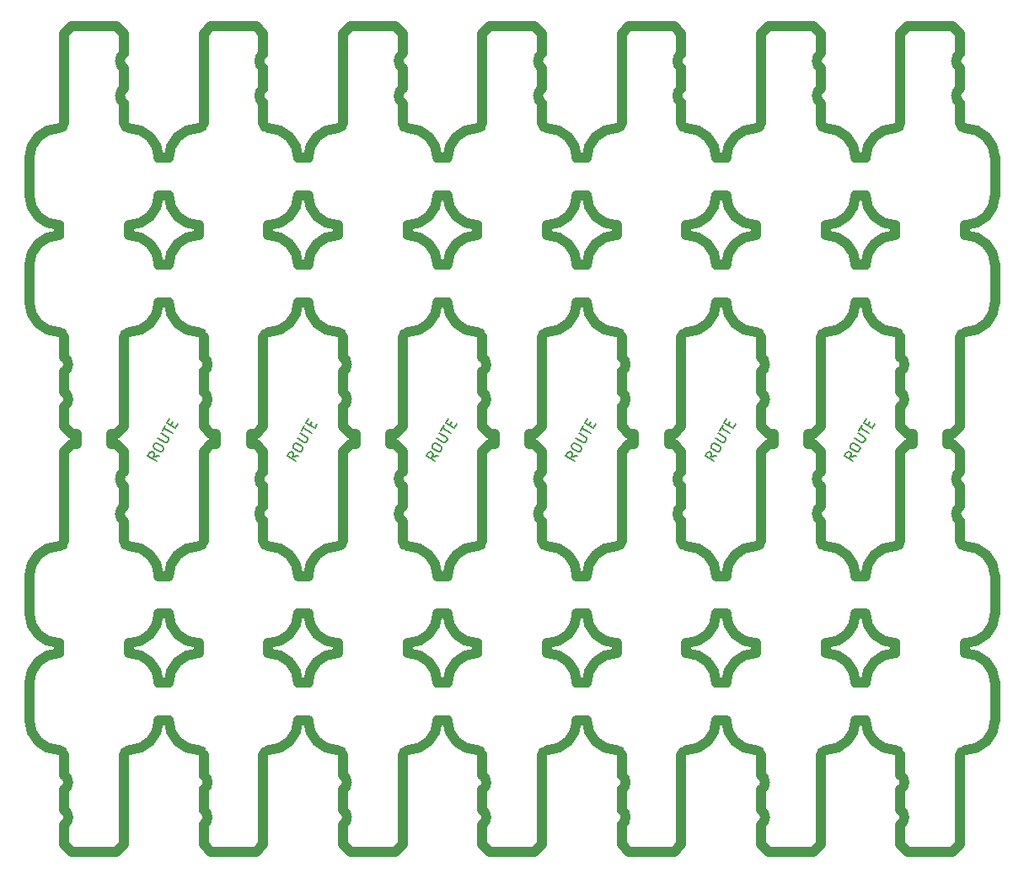
<source format=gbr>
G04 #@! TF.FileFunction,Other,ECO2*
%FSLAX46Y46*%
G04 Gerber Fmt 4.6, Leading zero omitted, Abs format (unit mm)*
G04 Created by KiCad (PCBNEW (2016-04-11 BZR 6687, Git f239aee)-product) date Tue 12 Apr 2016 02:23:05 PM CEST*
%MOMM*%
G01*
G04 APERTURE LIST*
%ADD10C,0.150000*%
%ADD11C,0.200000*%
%ADD12C,1.000000*%
G04 APERTURE END LIST*
D10*
D11*
X106041059Y83300329D02*
X105461999Y83249749D01*
X105755344Y82805457D02*
X104889319Y83305457D01*
X105079795Y83635371D01*
X105168653Y83694041D01*
X105233702Y83711470D01*
X105339990Y83705091D01*
X105463708Y83633662D01*
X105522377Y83544804D01*
X105539807Y83479755D01*
X105533427Y83373467D01*
X105342951Y83043552D01*
X105484557Y84336440D02*
X105579795Y84501397D01*
X105668653Y84560066D01*
X105798751Y84594925D01*
X105987518Y84540927D01*
X106276193Y84374260D01*
X106417341Y84237783D01*
X106452200Y84107685D01*
X106445821Y84001397D01*
X106350582Y83836440D01*
X106261724Y83777771D01*
X106131626Y83742911D01*
X105942860Y83796910D01*
X105654185Y83963576D01*
X105513037Y84100054D01*
X105478177Y84230151D01*
X105484557Y84336440D01*
X105913128Y85078747D02*
X106614197Y84673985D01*
X106720485Y84667605D01*
X106785534Y84685035D01*
X106874392Y84743704D01*
X106969630Y84908662D01*
X106976010Y85014950D01*
X106958580Y85079999D01*
X106899911Y85168857D01*
X106198843Y85573619D01*
X106365509Y85862294D02*
X106651224Y86357166D01*
X107374392Y85609730D02*
X106508367Y86109730D01*
X107230283Y86407745D02*
X107396950Y86696421D01*
X107922011Y86558234D02*
X107683916Y86145841D01*
X106817890Y86645841D01*
X107055986Y87058234D01*
X92041059Y83300329D02*
X91461999Y83249749D01*
X91755344Y82805457D02*
X90889319Y83305457D01*
X91079795Y83635371D01*
X91168653Y83694041D01*
X91233702Y83711470D01*
X91339990Y83705091D01*
X91463708Y83633662D01*
X91522377Y83544804D01*
X91539807Y83479755D01*
X91533427Y83373467D01*
X91342951Y83043552D01*
X91484557Y84336440D02*
X91579795Y84501397D01*
X91668653Y84560066D01*
X91798751Y84594925D01*
X91987518Y84540927D01*
X92276193Y84374260D01*
X92417341Y84237783D01*
X92452200Y84107685D01*
X92445821Y84001397D01*
X92350582Y83836440D01*
X92261724Y83777771D01*
X92131626Y83742911D01*
X91942860Y83796910D01*
X91654185Y83963576D01*
X91513037Y84100054D01*
X91478177Y84230151D01*
X91484557Y84336440D01*
X91913128Y85078747D02*
X92614197Y84673985D01*
X92720485Y84667605D01*
X92785534Y84685035D01*
X92874392Y84743704D01*
X92969630Y84908662D01*
X92976010Y85014950D01*
X92958580Y85079999D01*
X92899911Y85168857D01*
X92198843Y85573619D01*
X92365509Y85862294D02*
X92651224Y86357166D01*
X93374392Y85609730D02*
X92508367Y86109730D01*
X93230283Y86407745D02*
X93396950Y86696421D01*
X93922011Y86558234D02*
X93683916Y86145841D01*
X92817890Y86645841D01*
X93055986Y87058234D01*
X78041059Y83300329D02*
X77461999Y83249749D01*
X77755344Y82805457D02*
X76889319Y83305457D01*
X77079795Y83635371D01*
X77168653Y83694041D01*
X77233702Y83711470D01*
X77339990Y83705091D01*
X77463708Y83633662D01*
X77522377Y83544804D01*
X77539807Y83479755D01*
X77533427Y83373467D01*
X77342951Y83043552D01*
X77484557Y84336440D02*
X77579795Y84501397D01*
X77668653Y84560066D01*
X77798751Y84594925D01*
X77987518Y84540927D01*
X78276193Y84374260D01*
X78417341Y84237783D01*
X78452200Y84107685D01*
X78445821Y84001397D01*
X78350582Y83836440D01*
X78261724Y83777771D01*
X78131626Y83742911D01*
X77942860Y83796910D01*
X77654185Y83963576D01*
X77513037Y84100054D01*
X77478177Y84230151D01*
X77484557Y84336440D01*
X77913128Y85078747D02*
X78614197Y84673985D01*
X78720485Y84667605D01*
X78785534Y84685035D01*
X78874392Y84743704D01*
X78969630Y84908662D01*
X78976010Y85014950D01*
X78958580Y85079999D01*
X78899911Y85168857D01*
X78198843Y85573619D01*
X78365509Y85862294D02*
X78651224Y86357166D01*
X79374392Y85609730D02*
X78508367Y86109730D01*
X79230283Y86407745D02*
X79396950Y86696421D01*
X79922011Y86558234D02*
X79683916Y86145841D01*
X78817890Y86645841D01*
X79055986Y87058234D01*
X64041059Y83300329D02*
X63461999Y83249749D01*
X63755344Y82805457D02*
X62889319Y83305457D01*
X63079795Y83635371D01*
X63168653Y83694041D01*
X63233702Y83711470D01*
X63339990Y83705091D01*
X63463708Y83633662D01*
X63522377Y83544804D01*
X63539807Y83479755D01*
X63533427Y83373467D01*
X63342951Y83043552D01*
X63484557Y84336440D02*
X63579795Y84501397D01*
X63668653Y84560066D01*
X63798751Y84594925D01*
X63987518Y84540927D01*
X64276193Y84374260D01*
X64417341Y84237783D01*
X64452200Y84107685D01*
X64445821Y84001397D01*
X64350582Y83836440D01*
X64261724Y83777771D01*
X64131626Y83742911D01*
X63942860Y83796910D01*
X63654185Y83963576D01*
X63513037Y84100054D01*
X63478177Y84230151D01*
X63484557Y84336440D01*
X63913128Y85078747D02*
X64614197Y84673985D01*
X64720485Y84667605D01*
X64785534Y84685035D01*
X64874392Y84743704D01*
X64969630Y84908662D01*
X64976010Y85014950D01*
X64958580Y85079999D01*
X64899911Y85168857D01*
X64198843Y85573619D01*
X64365509Y85862294D02*
X64651224Y86357166D01*
X65374392Y85609730D02*
X64508367Y86109730D01*
X65230283Y86407745D02*
X65396950Y86696421D01*
X65922011Y86558234D02*
X65683916Y86145841D01*
X64817890Y86645841D01*
X65055986Y87058234D01*
X50041059Y83300329D02*
X49461999Y83249749D01*
X49755344Y82805457D02*
X48889319Y83305457D01*
X49079795Y83635371D01*
X49168653Y83694041D01*
X49233702Y83711470D01*
X49339990Y83705091D01*
X49463708Y83633662D01*
X49522377Y83544804D01*
X49539807Y83479755D01*
X49533427Y83373467D01*
X49342951Y83043552D01*
X49484557Y84336440D02*
X49579795Y84501397D01*
X49668653Y84560066D01*
X49798751Y84594925D01*
X49987518Y84540927D01*
X50276193Y84374260D01*
X50417341Y84237783D01*
X50452200Y84107685D01*
X50445821Y84001397D01*
X50350582Y83836440D01*
X50261724Y83777771D01*
X50131626Y83742911D01*
X49942860Y83796910D01*
X49654185Y83963576D01*
X49513037Y84100054D01*
X49478177Y84230151D01*
X49484557Y84336440D01*
X49913128Y85078747D02*
X50614197Y84673985D01*
X50720485Y84667605D01*
X50785534Y84685035D01*
X50874392Y84743704D01*
X50969630Y84908662D01*
X50976010Y85014950D01*
X50958580Y85079999D01*
X50899911Y85168857D01*
X50198843Y85573619D01*
X50365509Y85862294D02*
X50651224Y86357166D01*
X51374392Y85609730D02*
X50508367Y86109730D01*
X51230283Y86407745D02*
X51396950Y86696421D01*
X51922011Y86558234D02*
X51683916Y86145841D01*
X50817890Y86645841D01*
X51055986Y87058234D01*
X36041059Y83300329D02*
X35461999Y83249749D01*
X35755344Y82805457D02*
X34889319Y83305457D01*
X35079795Y83635371D01*
X35168653Y83694041D01*
X35233702Y83711470D01*
X35339990Y83705091D01*
X35463708Y83633662D01*
X35522377Y83544804D01*
X35539807Y83479755D01*
X35533427Y83373467D01*
X35342951Y83043552D01*
X35484557Y84336440D02*
X35579795Y84501397D01*
X35668653Y84560066D01*
X35798751Y84594925D01*
X35987518Y84540927D01*
X36276193Y84374260D01*
X36417341Y84237783D01*
X36452200Y84107685D01*
X36445821Y84001397D01*
X36350582Y83836440D01*
X36261724Y83777771D01*
X36131626Y83742911D01*
X35942860Y83796910D01*
X35654185Y83963576D01*
X35513037Y84100054D01*
X35478177Y84230151D01*
X35484557Y84336440D01*
X35913128Y85078747D02*
X36614197Y84673985D01*
X36720485Y84667605D01*
X36785534Y84685035D01*
X36874392Y84743704D01*
X36969630Y84908662D01*
X36976010Y85014950D01*
X36958580Y85079999D01*
X36899911Y85168857D01*
X36198843Y85573619D01*
X36365509Y85862294D02*
X36651224Y86357166D01*
X37374392Y85609730D02*
X36508367Y86109730D01*
X37230283Y86407745D02*
X37396950Y86696421D01*
X37922011Y86558234D02*
X37683916Y86145841D01*
X36817890Y86645841D01*
X37055986Y87058234D01*
D12*
X92000000Y56750000D02*
X93000000Y56750000D01*
X92000000Y60500000D02*
X93000000Y60500000D01*
X93000000Y67500000D02*
X92000000Y67500000D01*
X92000000Y71250000D02*
X93000000Y71250000D01*
X93000000Y113250000D02*
X92000000Y113250000D01*
X92000000Y109500000D02*
X93000000Y109500000D01*
X92000000Y98750000D02*
X93000000Y98750000D01*
X92000000Y102500000D02*
X93000000Y102500000D01*
X65000000Y113250000D02*
X64000000Y113250000D01*
X64000000Y109500000D02*
X65000000Y109500000D01*
X65000000Y98750000D02*
X64000000Y98750000D01*
X64000000Y102500000D02*
X65000000Y102500000D01*
X65000000Y71250000D02*
X64000000Y71250000D01*
X64000000Y67500000D02*
X65000000Y67500000D01*
X65000000Y60500000D02*
X64000000Y60500000D01*
X64000000Y56750000D02*
X65000000Y56750000D01*
X51000000Y56750000D02*
X50000000Y56750000D01*
X50000000Y60500000D02*
X51000000Y60500000D01*
X51000000Y67500000D02*
X50000000Y67500000D01*
X50000000Y71250000D02*
X51000000Y71250000D01*
X50000000Y98750000D02*
X51000000Y98750000D01*
X51000000Y102500000D02*
X50000000Y102500000D01*
X51000000Y109500000D02*
X50000000Y109500000D01*
X50000000Y113250000D02*
X51000000Y113250000D01*
X61000000Y95749996D02*
G75*
G03X60500000Y95250000I-2J-499998D01*
G01*
X54499998Y95250002D02*
G75*
G03X53999998Y95749998I-499998J-2D01*
G01*
X60499998Y86250001D02*
X60500000Y95250000D01*
X54499998Y89750003D02*
X54500001Y91750001D01*
X54499994Y91749998D02*
G75*
G03X54500004Y93249998I-499995J750003D01*
G01*
X54500002Y88250003D02*
G75*
G03X54499998Y89750003I-500002J749999D01*
G01*
X54500000Y86249999D02*
X54499997Y88249999D01*
X54500002Y95249999D02*
X54500004Y93249998D01*
X50999995Y98750003D02*
G75*
G03X53999998Y95749998I3000004J-1D01*
G01*
X54000003Y105500000D02*
G75*
G03X50999999Y102499998I-1J-3000003D01*
G01*
X63999997Y102499997D02*
G75*
G03X61000000Y105500000I-3000000J3D01*
G01*
X61000002Y95750000D02*
G75*
G03X64000001Y98750001I-1J3000000D01*
G01*
X55750000Y85500000D02*
X55750000Y84500000D01*
X55250000Y85500000D02*
X55750000Y85500000D01*
X55250000Y84500000D02*
X55750000Y84500000D01*
X55250002Y85500000D02*
X54500000Y86249999D01*
X59750000Y85500000D02*
X59250000Y85500000D01*
X59250000Y85500000D02*
X59250000Y84500000D01*
X59250000Y84500000D02*
X59750000Y84500000D01*
X60499998Y86250001D02*
X59750002Y85500001D01*
X61000000Y63500000D02*
X61000003Y64499998D01*
X61000000Y64500000D02*
G75*
G03X64000000Y67500000I0J3000000D01*
G01*
X63999997Y60499997D02*
G75*
G03X61000000Y63500000I-3000000J3D01*
G01*
X54000002Y63499998D02*
X53999999Y64500001D01*
X59750000Y84500000D02*
X60500000Y83750000D01*
X60500000Y83750000D02*
X60500000Y81750000D01*
X54500000Y83750000D02*
X54500000Y74750000D01*
X54000000Y74250000D02*
G75*
G03X54500000Y74750000I0J500000D01*
G01*
X54500000Y83750000D02*
X55250000Y84500000D01*
X60500000Y81750000D02*
G75*
G03X60500000Y80250000I500000J-750000D01*
G01*
X60500000Y74750000D02*
G75*
G03X61000000Y74250000I500000J0D01*
G01*
X60500000Y78250000D02*
G75*
G03X60500000Y76750000I500000J-750000D01*
G01*
X60500000Y74750000D02*
X60500000Y76750000D01*
X60500000Y80250000D02*
X60500000Y78250000D01*
X64000000Y71250000D02*
G75*
G03X61000000Y74250000I-3000000J0D01*
G01*
X50999995Y56750003D02*
G75*
G03X53999998Y53749998I3000004J-1D01*
G01*
X61000000Y53749996D02*
G75*
G03X60500000Y53250000I-2J-499998D01*
G01*
X61000002Y53750000D02*
G75*
G03X64000001Y56750001I-1J3000000D01*
G01*
X54000003Y63500000D02*
G75*
G03X50999999Y60499998I-1J-3000003D01*
G01*
X54000000Y74250000D02*
G75*
G03X51000000Y71250000I0J-3000000D01*
G01*
X51000000Y67500000D02*
G75*
G03X54000000Y64500000I3000000J0D01*
G01*
X55250002Y43500000D02*
X54500000Y44249999D01*
X54500000Y44249999D02*
X54499997Y46249999D01*
X60499998Y44250001D02*
X59750002Y43500001D01*
X59750002Y43500001D02*
X55250002Y43500000D01*
X54499994Y49749998D02*
G75*
G03X54500004Y51249998I-499995J750003D01*
G01*
X54499998Y53250002D02*
G75*
G03X53999998Y53749998I-499998J-2D01*
G01*
X60499998Y44250001D02*
X60500000Y53250000D01*
X54499998Y47750003D02*
X54500001Y49750001D01*
X54500002Y53249999D02*
X54500004Y51249998D01*
X54500002Y46250003D02*
G75*
G03X54499998Y47750003I-500002J749999D01*
G01*
X60500000Y122250000D02*
X60500000Y120250000D01*
X60500000Y116750000D02*
X60500000Y118750000D01*
X60500000Y120250000D02*
G75*
G03X60500000Y118750000I500000J-750000D01*
G01*
X60500000Y116750000D02*
G75*
G03X61000000Y116250000I500000J0D01*
G01*
X51000000Y109500000D02*
G75*
G03X54000000Y106500000I3000000J0D01*
G01*
X54000000Y116250000D02*
G75*
G03X51000000Y113250000I0J-3000000D01*
G01*
X54000002Y105499998D02*
X53999999Y106500001D01*
X54000000Y116250000D02*
G75*
G03X54500000Y116750000I0J500000D01*
G01*
X61000000Y105500000D02*
X61000003Y106499998D01*
X61000000Y106500000D02*
G75*
G03X64000000Y109500000I0J3000000D01*
G01*
X64000000Y113250000D02*
G75*
G03X61000000Y116250000I-3000000J0D01*
G01*
X54500000Y125750000D02*
X54500000Y116750000D01*
X54500000Y125750000D02*
X55250000Y126500000D01*
X60500000Y123750000D02*
G75*
G03X60500000Y122250000I500000J-750000D01*
G01*
X60500000Y125750000D02*
X60500000Y123750000D01*
X59750000Y126500000D02*
X60500000Y125750000D01*
X55250000Y126500000D02*
X59750000Y126500000D01*
X78000000Y67500000D02*
X79000000Y67500000D01*
X79000000Y67500000D02*
G75*
G03X82000000Y64500000I3000000J0D01*
G01*
X75000000Y64500000D02*
G75*
G03X78000000Y67500000I0J3000000D01*
G01*
X82000000Y74250000D02*
G75*
G03X79000000Y71250000I0J-3000000D01*
G01*
X78000000Y71250000D02*
X79000000Y71250000D01*
X68000000Y74250000D02*
G75*
G03X65000000Y71250000I0J-3000000D01*
G01*
X78000000Y71250000D02*
G75*
G03X75000000Y74250000I-3000000J0D01*
G01*
X65000000Y67500000D02*
G75*
G03X68000000Y64500000I3000000J0D01*
G01*
X79000000Y56750000D02*
X78000000Y56750000D01*
X82000003Y63500000D02*
G75*
G03X78999999Y60499998I-1J-3000003D01*
G01*
X78999995Y56750003D02*
G75*
G03X81999998Y53749998I3000004J-1D01*
G01*
X75000002Y53750000D02*
G75*
G03X78000001Y56750001I-1J3000000D01*
G01*
X82000002Y63499998D02*
X81999999Y64500001D01*
X68000002Y63499998D02*
X67999999Y64500001D01*
X68000003Y63500000D02*
G75*
G03X64999999Y60499998I-1J-3000003D01*
G01*
X78000000Y60500000D02*
X79000000Y60500000D01*
X77999997Y60499997D02*
G75*
G03X75000000Y63500000I-3000000J3D01*
G01*
X75000000Y63500000D02*
X75000003Y64499998D01*
X64999995Y56750003D02*
G75*
G03X67999998Y53749998I3000004J-1D01*
G01*
X68499998Y53250002D02*
G75*
G03X67999998Y53749998I-499998J-2D01*
G01*
X68499994Y49749998D02*
G75*
G03X68500004Y51249998I-499995J750003D01*
G01*
X68500002Y53249999D02*
X68500004Y51249998D01*
X68499998Y47750003D02*
X68500001Y49750001D01*
X68500000Y44249999D02*
X68499997Y46249999D01*
X69250002Y43500000D02*
X68500000Y44249999D01*
X74499998Y44250001D02*
X73750002Y43500001D01*
X73750002Y43500001D02*
X69250002Y43500000D01*
X68500002Y46250003D02*
G75*
G03X68499998Y47750003I-500002J749999D01*
G01*
X75000000Y53749996D02*
G75*
G03X74500000Y53250000I-2J-499998D01*
G01*
X82500002Y53249999D02*
X82500004Y51249998D01*
X74499998Y44250001D02*
X74500000Y53250000D01*
X82499998Y47750003D02*
X82500001Y49750001D01*
X82499994Y49749998D02*
G75*
G03X82500004Y51249998I-499995J750003D01*
G01*
X82499998Y53250002D02*
G75*
G03X81999998Y53749998I-499998J-2D01*
G01*
X83250002Y43500000D02*
X82500000Y44249999D01*
X88499998Y44250001D02*
X88500000Y53250000D01*
X88499998Y44250001D02*
X87750002Y43500001D01*
X87750002Y43500001D02*
X83250002Y43500000D01*
X82500000Y44249999D02*
X82499997Y46249999D01*
X82500002Y46250003D02*
G75*
G03X82499998Y47750003I-500002J749999D01*
G01*
X89000000Y53749996D02*
G75*
G03X88500000Y53250000I-2J-499998D01*
G01*
X91999997Y60499997D02*
G75*
G03X89000000Y63500000I-3000000J3D01*
G01*
X89000000Y64500000D02*
G75*
G03X92000000Y67500000I0J3000000D01*
G01*
X92000000Y71250000D02*
G75*
G03X89000000Y74250000I-3000000J0D01*
G01*
X89000002Y53750000D02*
G75*
G03X92000001Y56750001I-1J3000000D01*
G01*
X89000000Y63500000D02*
X89000003Y64499998D01*
X89000000Y105500000D02*
X89000003Y106499998D01*
X91999997Y102499997D02*
G75*
G03X89000000Y105500000I-3000000J3D01*
G01*
X89000002Y95750000D02*
G75*
G03X92000001Y98750001I-1J3000000D01*
G01*
X82000002Y105499998D02*
X81999999Y106500001D01*
X78000000Y102500000D02*
X79000000Y102500000D01*
X82000003Y105500000D02*
G75*
G03X78999999Y102499998I-1J-3000003D01*
G01*
X74499998Y86250001D02*
X74500000Y95250000D01*
X68499998Y89750003D02*
X68500001Y91750001D01*
X68499998Y95250002D02*
G75*
G03X67999998Y95749998I-499998J-2D01*
G01*
X68499994Y91749998D02*
G75*
G03X68500004Y93249998I-499995J750003D01*
G01*
X68500002Y95249999D02*
X68500004Y93249998D01*
X75000000Y95749996D02*
G75*
G03X74500000Y95250000I-2J-499998D01*
G01*
X78000000Y98750000D02*
X79000000Y98750000D01*
X78999995Y98750003D02*
G75*
G03X81999998Y95749998I3000004J-1D01*
G01*
X77999997Y102499997D02*
G75*
G03X75000000Y105500000I-3000000J3D01*
G01*
X75000000Y105500000D02*
X75000003Y106499998D01*
X75000002Y95750000D02*
G75*
G03X78000001Y98750001I-1J3000000D01*
G01*
X82499994Y91749998D02*
G75*
G03X82500004Y93249998I-499995J750003D01*
G01*
X89000000Y95749996D02*
G75*
G03X88500000Y95250000I-2J-499998D01*
G01*
X88499998Y86250001D02*
X88500000Y95250000D01*
X82499998Y95250002D02*
G75*
G03X81999998Y95749998I-499998J-2D01*
G01*
X82500002Y95249999D02*
X82500004Y93249998D01*
X82499998Y89750003D02*
X82500001Y91750001D01*
X64999995Y98750003D02*
G75*
G03X67999998Y95749998I3000004J-1D01*
G01*
X68000002Y105499998D02*
X67999999Y106500001D01*
X68000003Y105500000D02*
G75*
G03X64999999Y102499998I-1J-3000003D01*
G01*
X65000000Y109500000D02*
G75*
G03X68000000Y106500000I3000000J0D01*
G01*
X68500000Y125750000D02*
X69250000Y126500000D01*
X68000000Y116250000D02*
G75*
G03X68500000Y116750000I0J500000D01*
G01*
X68500000Y125750000D02*
X68500000Y116750000D01*
X69250000Y126500000D02*
X73750000Y126500000D01*
X68000000Y116250000D02*
G75*
G03X65000000Y113250000I0J-3000000D01*
G01*
X78000000Y109500000D02*
X79000000Y109500000D01*
X75000000Y106500000D02*
G75*
G03X78000000Y109500000I0J3000000D01*
G01*
X79000000Y109500000D02*
G75*
G03X82000000Y106500000I3000000J0D01*
G01*
X82000000Y116250000D02*
G75*
G03X79000000Y113250000I0J-3000000D01*
G01*
X78000000Y113250000D02*
X79000000Y113250000D01*
X92000000Y113250000D02*
G75*
G03X89000000Y116250000I-3000000J0D01*
G01*
X89000000Y106500000D02*
G75*
G03X92000000Y109500000I0J3000000D01*
G01*
X74500000Y123750000D02*
G75*
G03X74500000Y122250000I500000J-750000D01*
G01*
X73750000Y126500000D02*
X74500000Y125750000D01*
X74500000Y122250000D02*
X74500000Y120250000D01*
X74500000Y125750000D02*
X74500000Y123750000D01*
X88500000Y122250000D02*
X88500000Y120250000D01*
X88500000Y120250000D02*
G75*
G03X88500000Y118750000I500000J-750000D01*
G01*
X88500000Y123750000D02*
G75*
G03X88500000Y122250000I500000J-750000D01*
G01*
X82500000Y125750000D02*
X82500000Y116750000D01*
X82000000Y116250000D02*
G75*
G03X82500000Y116750000I0J500000D01*
G01*
X88500000Y116750000D02*
X88500000Y118750000D01*
X88500000Y116750000D02*
G75*
G03X89000000Y116250000I500000J0D01*
G01*
X83250000Y126500000D02*
X87750000Y126500000D01*
X88500000Y125750000D02*
X88500000Y123750000D01*
X82500000Y125750000D02*
X83250000Y126500000D01*
X87750000Y126500000D02*
X88500000Y125750000D01*
X74500000Y116750000D02*
X74500000Y118750000D01*
X78000000Y113250000D02*
G75*
G03X75000000Y116250000I-3000000J0D01*
G01*
X74500000Y120250000D02*
G75*
G03X74500000Y118750000I500000J-750000D01*
G01*
X74500000Y116750000D02*
G75*
G03X75000000Y116250000I500000J0D01*
G01*
X74500000Y80250000D02*
X74500000Y78250000D01*
X74500000Y78250000D02*
G75*
G03X74500000Y76750000I500000J-750000D01*
G01*
X74500000Y74750000D02*
G75*
G03X75000000Y74250000I500000J0D01*
G01*
X74500000Y74750000D02*
X74500000Y76750000D01*
X68500000Y83750000D02*
X68500000Y74750000D01*
X68000000Y74250000D02*
G75*
G03X68500000Y74750000I0J500000D01*
G01*
X74500000Y81750000D02*
G75*
G03X74500000Y80250000I500000J-750000D01*
G01*
X74500000Y83750000D02*
X74500000Y81750000D01*
X73750000Y84500000D02*
X74500000Y83750000D01*
X73250000Y85500000D02*
X73250000Y84500000D01*
X73250000Y84500000D02*
X73750000Y84500000D01*
X74499998Y86250001D02*
X73750002Y85500001D01*
X69750000Y85500000D02*
X69750000Y84500000D01*
X68500000Y83750000D02*
X69250000Y84500000D01*
X69250000Y84500000D02*
X69750000Y84500000D01*
X69250000Y85500000D02*
X69750000Y85500000D01*
X88500000Y80250000D02*
X88500000Y78250000D01*
X88500000Y83750000D02*
X88500000Y81750000D01*
X88500000Y74750000D02*
G75*
G03X89000000Y74250000I500000J0D01*
G01*
X82000000Y74250000D02*
G75*
G03X82500000Y74750000I0J500000D01*
G01*
X88500000Y78250000D02*
G75*
G03X88500000Y76750000I500000J-750000D01*
G01*
X88500000Y74750000D02*
X88500000Y76750000D01*
X82500000Y83750000D02*
X82500000Y74750000D01*
X88500000Y81750000D02*
G75*
G03X88500000Y80250000I500000J-750000D01*
G01*
X68500002Y88250003D02*
G75*
G03X68499998Y89750003I-500002J749999D01*
G01*
X69250002Y85500000D02*
X68500000Y86249999D01*
X68500000Y86249999D02*
X68499997Y88249999D01*
X73750000Y85500000D02*
X73250000Y85500000D01*
X87750000Y84500000D02*
X88500000Y83750000D01*
X87250000Y84500000D02*
X87750000Y84500000D01*
X87250000Y85500000D02*
X87250000Y84500000D01*
X87750000Y85500000D02*
X87250000Y85500000D01*
X88499998Y86250001D02*
X87750002Y85500001D01*
X83250000Y85500000D02*
X83750000Y85500000D01*
X83750000Y85500000D02*
X83750000Y84500000D01*
X83250002Y85500000D02*
X82500000Y86249999D01*
X82500000Y83750000D02*
X83250000Y84500000D01*
X83250000Y84500000D02*
X83750000Y84500000D01*
X82500000Y86249999D02*
X82499997Y88249999D01*
X82500002Y88250003D02*
G75*
G03X82499998Y89750003I-500002J749999D01*
G01*
X116500000Y80250000D02*
X116500000Y78250000D01*
X116500000Y74750000D02*
G75*
G03X117000000Y74250000I500000J0D01*
G01*
X116500000Y78250000D02*
G75*
G03X116500000Y76750000I500000J-750000D01*
G01*
X110000000Y74250000D02*
G75*
G03X110500000Y74750000I0J500000D01*
G01*
X116500000Y74750000D02*
X116500000Y76750000D01*
X110500000Y83750000D02*
X110500000Y74750000D01*
X116500000Y81750000D02*
G75*
G03X116500000Y80250000I500000J-750000D01*
G01*
X116500000Y83750000D02*
X116500000Y81750000D01*
X115750000Y84500000D02*
X116500000Y83750000D01*
X111250000Y85500000D02*
X111750000Y85500000D01*
X102500000Y80250000D02*
X102500000Y78250000D01*
X102500000Y78250000D02*
G75*
G03X102500000Y76750000I500000J-750000D01*
G01*
X102500000Y81750000D02*
G75*
G03X102500000Y80250000I500000J-750000D01*
G01*
X102500000Y83750000D02*
X102500000Y81750000D01*
X96500000Y83750000D02*
X96500000Y74750000D01*
X102500000Y74750000D02*
G75*
G03X103000000Y74250000I500000J0D01*
G01*
X102500000Y74750000D02*
X102500000Y76750000D01*
X96000000Y74250000D02*
G75*
G03X96500000Y74750000I0J500000D01*
G01*
X96000003Y63500000D02*
G75*
G03X92999999Y60499998I-1J-3000003D01*
G01*
X93000000Y67500000D02*
G75*
G03X96000000Y64500000I3000000J0D01*
G01*
X96000002Y63499998D02*
X95999999Y64500001D01*
X92999995Y56750003D02*
G75*
G03X95999998Y53749998I3000004J-1D01*
G01*
X96499998Y53250002D02*
G75*
G03X95999998Y53749998I-499998J-2D01*
G01*
X96499994Y49749998D02*
G75*
G03X96500004Y51249998I-499995J750003D01*
G01*
X96499998Y47750003D02*
X96500001Y49750001D01*
X96500002Y53249999D02*
X96500004Y51249998D01*
X96500000Y44249999D02*
X96499997Y46249999D01*
X96500002Y46250003D02*
G75*
G03X96499998Y47750003I-500002J749999D01*
G01*
X97250002Y43500000D02*
X96500000Y44249999D01*
X102499998Y44250001D02*
X101750002Y43500001D01*
X103000000Y53749996D02*
G75*
G03X102500000Y53250000I-2J-499998D01*
G01*
X101750002Y43500001D02*
X97250002Y43500000D01*
X102499998Y44250001D02*
X102500000Y53250000D01*
X111250002Y43500000D02*
X110500000Y44249999D01*
X116499998Y44250001D02*
X115750002Y43500001D01*
X115750002Y43500001D02*
X111250002Y43500000D01*
X110500000Y44249999D02*
X110499997Y46249999D01*
X110500002Y46250003D02*
G75*
G03X110499998Y47750003I-500002J749999D01*
G01*
X110499998Y47750003D02*
X110500001Y49750001D01*
X110499994Y49749998D02*
G75*
G03X110500004Y51249998I-499995J750003D01*
G01*
X106000000Y67500000D02*
X107000000Y67500000D01*
X106000000Y71250000D02*
X107000000Y71250000D01*
X107000000Y67500000D02*
G75*
G03X110000000Y64500000I3000000J0D01*
G01*
X103000000Y64500000D02*
G75*
G03X106000000Y67500000I0J3000000D01*
G01*
X106000000Y71250000D02*
G75*
G03X103000000Y74250000I-3000000J0D01*
G01*
X110000000Y74250000D02*
G75*
G03X107000000Y71250000I0J-3000000D01*
G01*
X96000000Y74250000D02*
G75*
G03X93000000Y71250000I0J-3000000D01*
G01*
X116499998Y44250001D02*
X116500000Y53250000D01*
X110499998Y53250002D02*
G75*
G03X109999998Y53749998I-499998J-2D01*
G01*
X110500002Y53249999D02*
X110500004Y51249998D01*
X117000000Y53749996D02*
G75*
G03X116500000Y53250000I-2J-499998D01*
G01*
X120000000Y67500000D02*
X120000000Y71250000D01*
X120000000Y60499998D02*
X120000001Y56750001D01*
X120000000Y71250000D02*
G75*
G03X117000000Y74250000I-3000000J0D01*
G01*
X117000000Y64500000D02*
G75*
G03X120000000Y67500000I0J3000000D01*
G01*
X119999997Y60499997D02*
G75*
G03X117000000Y63500000I-3000000J3D01*
G01*
X117000002Y53750000D02*
G75*
G03X120000001Y56750001I-1J3000000D01*
G01*
X117000000Y63500000D02*
X117000003Y64499998D01*
X107000000Y56750000D02*
X106000000Y56750000D01*
X106000000Y60500000D02*
X107000000Y60500000D01*
X110000003Y63500000D02*
G75*
G03X106999999Y60499998I-1J-3000003D01*
G01*
X106999995Y56750003D02*
G75*
G03X109999998Y53749998I3000004J-1D01*
G01*
X103000002Y53750000D02*
G75*
G03X106000001Y56750001I-1J3000000D01*
G01*
X103000000Y63500000D02*
X103000003Y64499998D01*
X110000002Y63499998D02*
X109999999Y64500001D01*
X105999997Y60499997D02*
G75*
G03X103000000Y63500000I-3000000J3D01*
G01*
X117000000Y105500000D02*
X117000003Y106499998D01*
X117000002Y95750000D02*
G75*
G03X120000001Y98750001I-1J3000000D01*
G01*
X120000000Y102499998D02*
X120000001Y98750001D01*
X119999997Y102499997D02*
G75*
G03X117000000Y105500000I-3000000J3D01*
G01*
X106000000Y98750000D02*
X107000000Y98750000D01*
X106000000Y102500000D02*
X107000000Y102500000D01*
X106999995Y98750003D02*
G75*
G03X109999998Y95749998I3000004J-1D01*
G01*
X103000002Y95750000D02*
G75*
G03X106000001Y98750001I-1J3000000D01*
G01*
X110000002Y105499998D02*
X109999999Y106500001D01*
X110000003Y105500000D02*
G75*
G03X106999999Y102499998I-1J-3000003D01*
G01*
X105999997Y102499997D02*
G75*
G03X103000000Y105500000I-3000000J3D01*
G01*
X103000000Y105500000D02*
X103000003Y106499998D01*
X110499994Y91749998D02*
G75*
G03X110500004Y93249998I-499995J750003D01*
G01*
X116499998Y86250001D02*
X116500000Y95250000D01*
X110500002Y95249999D02*
X110500004Y93249998D01*
X117000000Y95749996D02*
G75*
G03X116500000Y95250000I-2J-499998D01*
G01*
X116499998Y86250001D02*
X115750002Y85500001D01*
X115250000Y85500000D02*
X115250000Y84500000D01*
X115250000Y84500000D02*
X115750000Y84500000D01*
X115750000Y85500000D02*
X115250000Y85500000D01*
X111750000Y85500000D02*
X111750000Y84500000D01*
X110500000Y83750000D02*
X111250000Y84500000D01*
X111250002Y85500000D02*
X110500000Y86249999D01*
X111250000Y84500000D02*
X111750000Y84500000D01*
X96500002Y88250003D02*
G75*
G03X96499998Y89750003I-500002J749999D01*
G01*
X96500000Y86249999D02*
X96499997Y88249999D01*
X97250002Y85500000D02*
X96500000Y86249999D01*
X102499998Y86250001D02*
X101750002Y85500001D01*
X102499998Y86250001D02*
X102500000Y95250000D01*
X110500000Y86249999D02*
X110499997Y88249999D01*
X110499998Y89750003D02*
X110500001Y91750001D01*
X110500002Y88250003D02*
G75*
G03X110499998Y89750003I-500002J749999D01*
G01*
X110499998Y95250002D02*
G75*
G03X109999998Y95749998I-499998J-2D01*
G01*
X103000000Y95749996D02*
G75*
G03X102500000Y95250000I-2J-499998D01*
G01*
X96500002Y95249999D02*
X96500004Y93249998D01*
X96499998Y95250002D02*
G75*
G03X95999998Y95749998I-499998J-2D01*
G01*
X96499998Y89750003D02*
X96500001Y91750001D01*
X96499994Y91749998D02*
G75*
G03X96500004Y93249998I-499995J750003D01*
G01*
X101750000Y84500000D02*
X102500000Y83750000D01*
X101250000Y84500000D02*
X101750000Y84500000D01*
X101250000Y85500000D02*
X101250000Y84500000D01*
X101750000Y85500000D02*
X101250000Y85500000D01*
X97750000Y85500000D02*
X97750000Y84500000D01*
X96500000Y83750000D02*
X97250000Y84500000D01*
X97250000Y84500000D02*
X97750000Y84500000D01*
X97250000Y85500000D02*
X97750000Y85500000D01*
X93000000Y109500000D02*
G75*
G03X96000000Y106500000I3000000J0D01*
G01*
X92999995Y98750003D02*
G75*
G03X95999998Y95749998I3000004J-1D01*
G01*
X96000002Y105499998D02*
X95999999Y106500001D01*
X96000003Y105500000D02*
G75*
G03X92999999Y102499998I-1J-3000003D01*
G01*
X106000000Y109500000D02*
X107000000Y109500000D01*
X106000000Y113250000D02*
X107000000Y113250000D01*
X120000000Y113250000D02*
G75*
G03X117000000Y116250000I-3000000J0D01*
G01*
X107000000Y109500000D02*
G75*
G03X110000000Y106500000I3000000J0D01*
G01*
X120000000Y109500000D02*
X120000000Y113250000D01*
X110000000Y116250000D02*
G75*
G03X107000000Y113250000I0J-3000000D01*
G01*
X103000000Y106500000D02*
G75*
G03X106000000Y109500000I0J3000000D01*
G01*
X117000000Y106500000D02*
G75*
G03X120000000Y109500000I0J3000000D01*
G01*
X116500000Y122250000D02*
X116500000Y120250000D01*
X110500000Y125750000D02*
X110500000Y116750000D01*
X110000000Y116250000D02*
G75*
G03X110500000Y116750000I0J500000D01*
G01*
X116500000Y116750000D02*
X116500000Y118750000D01*
X116500000Y120250000D02*
G75*
G03X116500000Y118750000I500000J-750000D01*
G01*
X116500000Y116750000D02*
G75*
G03X117000000Y116250000I500000J0D01*
G01*
X116500000Y123750000D02*
G75*
G03X116500000Y122250000I500000J-750000D01*
G01*
X115750000Y126500000D02*
X116500000Y125750000D01*
X111250000Y126500000D02*
X115750000Y126500000D01*
X116500000Y125750000D02*
X116500000Y123750000D01*
X110500000Y125750000D02*
X111250000Y126500000D01*
X102500000Y116750000D02*
G75*
G03X103000000Y116250000I500000J0D01*
G01*
X102500000Y116750000D02*
X102500000Y118750000D01*
X106000000Y113250000D02*
G75*
G03X103000000Y116250000I-3000000J0D01*
G01*
X102500000Y120250000D02*
G75*
G03X102500000Y118750000I500000J-750000D01*
G01*
X96000000Y116250000D02*
G75*
G03X93000000Y113250000I0J-3000000D01*
G01*
X96000000Y116250000D02*
G75*
G03X96500000Y116750000I0J500000D01*
G01*
X96500000Y125750000D02*
X96500000Y116750000D01*
X102500000Y123750000D02*
G75*
G03X102500000Y122250000I500000J-750000D01*
G01*
X102500000Y122250000D02*
X102500000Y120250000D01*
X101750000Y126500000D02*
X102500000Y125750000D01*
X102500000Y125750000D02*
X102500000Y123750000D01*
X96500000Y125750000D02*
X97250000Y126500000D01*
X97250000Y126500000D02*
X101750000Y126500000D01*
X36000000Y98750000D02*
X37000000Y98750000D01*
X36000000Y102500000D02*
X37000000Y102500000D01*
X36000000Y109500000D02*
X37000000Y109500000D01*
X36000000Y113250000D02*
X37000000Y113250000D01*
X37000000Y56750000D02*
X36000000Y56750000D01*
X36000000Y60500000D02*
X37000000Y60500000D01*
X36000000Y67500000D02*
X37000000Y67500000D01*
X36000000Y71250000D02*
X37000000Y71250000D01*
X40500002Y46250003D02*
G75*
G03X40499998Y47750003I-500002J749999D01*
G01*
X40499998Y53250002D02*
G75*
G03X39999998Y53749998I-499998J-2D01*
G01*
X46499998Y44250001D02*
X46500000Y53250000D01*
X40499994Y49749998D02*
G75*
G03X40500004Y51249998I-499995J750003D01*
G01*
X47000000Y53749996D02*
G75*
G03X46500000Y53250000I-2J-499998D01*
G01*
X40499998Y47750003D02*
X40500001Y49750001D01*
X40500002Y53249999D02*
X40500004Y51249998D01*
X36999995Y56750003D02*
G75*
G03X39999998Y53749998I3000004J-1D01*
G01*
X40000002Y63499998D02*
X39999999Y64500001D01*
X37000000Y67500000D02*
G75*
G03X40000000Y64500000I3000000J0D01*
G01*
X40000003Y63500000D02*
G75*
G03X36999999Y60499998I-1J-3000003D01*
G01*
X40000000Y74250000D02*
G75*
G03X37000000Y71250000I0J-3000000D01*
G01*
X41250002Y43500000D02*
X40500000Y44249999D01*
X40500000Y44249999D02*
X40499997Y46249999D01*
X45750002Y43500001D02*
X41250002Y43500000D01*
X46499998Y44250001D02*
X45750002Y43500001D01*
X50000000Y71250000D02*
G75*
G03X47000000Y74250000I-3000000J0D01*
G01*
X47000000Y64500000D02*
G75*
G03X50000000Y67500000I0J3000000D01*
G01*
X47000000Y63500000D02*
X47000003Y64499998D01*
X49999997Y60499997D02*
G75*
G03X47000000Y63500000I-3000000J3D01*
G01*
X47000002Y53750000D02*
G75*
G03X50000001Y56750001I-1J3000000D01*
G01*
X46500000Y81750000D02*
G75*
G03X46500000Y80250000I500000J-750000D01*
G01*
X46500000Y83750000D02*
X46500000Y81750000D01*
X46500000Y80250000D02*
X46500000Y78250000D01*
X46500000Y74750000D02*
G75*
G03X47000000Y74250000I500000J0D01*
G01*
X46500000Y78250000D02*
G75*
G03X46500000Y76750000I500000J-750000D01*
G01*
X45750000Y84500000D02*
X46500000Y83750000D01*
X46500000Y74750000D02*
X46500000Y76750000D01*
X41250000Y85500000D02*
X41750000Y85500000D01*
X40000000Y74250000D02*
G75*
G03X40500000Y74750000I0J500000D01*
G01*
X40500000Y83750000D02*
X41250000Y84500000D01*
X41250002Y85500000D02*
X40500000Y86249999D01*
X40500000Y83750000D02*
X40500000Y74750000D01*
X41250000Y84500000D02*
X41750000Y84500000D01*
X41750000Y85500000D02*
X41750000Y84500000D01*
X45750000Y85500000D02*
X45250000Y85500000D01*
X46499998Y86250001D02*
X45750002Y85500001D01*
X45250000Y85500000D02*
X45250000Y84500000D01*
X45250000Y84500000D02*
X45750000Y84500000D01*
X40500000Y86249999D02*
X40499997Y88249999D01*
X40500002Y95249999D02*
X40500004Y93249998D01*
X40499998Y89750003D02*
X40500001Y91750001D01*
X47000000Y95749996D02*
G75*
G03X46500000Y95250000I-2J-499998D01*
G01*
X40499994Y91749998D02*
G75*
G03X40500004Y93249998I-499995J750003D01*
G01*
X46499998Y86250001D02*
X46500000Y95250000D01*
X40500002Y88250003D02*
G75*
G03X40499998Y89750003I-500002J749999D01*
G01*
X40499998Y95250002D02*
G75*
G03X39999998Y95749998I-499998J-2D01*
G01*
X49999997Y102499997D02*
G75*
G03X47000000Y105500000I-3000000J3D01*
G01*
X47000000Y105500000D02*
X47000003Y106499998D01*
X47000002Y95750000D02*
G75*
G03X50000001Y98750001I-1J3000000D01*
G01*
X37000000Y109500000D02*
G75*
G03X40000000Y106500000I3000000J0D01*
G01*
X50000000Y113250000D02*
G75*
G03X47000000Y116250000I-3000000J0D01*
G01*
X40000000Y116250000D02*
G75*
G03X37000000Y113250000I0J-3000000D01*
G01*
X47000000Y106500000D02*
G75*
G03X50000000Y109500000I0J3000000D01*
G01*
X46500000Y116750000D02*
G75*
G03X47000000Y116250000I500000J0D01*
G01*
X40000000Y116250000D02*
G75*
G03X40500000Y116750000I0J500000D01*
G01*
X46500000Y122250000D02*
X46500000Y120250000D01*
X40500000Y125750000D02*
X40500000Y116750000D01*
X46500000Y120250000D02*
G75*
G03X46500000Y118750000I500000J-750000D01*
G01*
X46500000Y116750000D02*
X46500000Y118750000D01*
X40000003Y105500000D02*
G75*
G03X36999999Y102499998I-1J-3000003D01*
G01*
X40000002Y105499998D02*
X39999999Y106500001D01*
X36999995Y98750003D02*
G75*
G03X39999998Y95749998I3000004J-1D01*
G01*
X46500000Y125750000D02*
X46500000Y123750000D01*
X45750000Y126500000D02*
X46500000Y125750000D01*
X40500000Y125750000D02*
X41250000Y126500000D01*
X41250000Y126500000D02*
X45750000Y126500000D01*
X46500000Y123750000D02*
G75*
G03X46500000Y122250000I500000J-750000D01*
G01*
X31250000Y84500000D02*
X31750000Y84500000D01*
X31250000Y85500000D02*
X31250000Y84500000D01*
X31750000Y85500000D02*
X31250000Y85500000D01*
X27250000Y84500000D02*
X27750000Y84500000D01*
X27750000Y85500000D02*
X27750000Y84500000D01*
X27250000Y85500000D02*
X27750000Y85500000D01*
X31750000Y84500000D02*
X32500000Y83750000D01*
X26500000Y83750000D02*
X27250000Y84500000D01*
X26000000Y74250000D02*
G75*
G03X26500000Y74750000I0J500000D01*
G01*
X32500000Y83750000D02*
X32500000Y81750000D01*
X32500000Y81750000D02*
G75*
G03X32500000Y80250000I500000J-750000D01*
G01*
X26500000Y83750000D02*
X26500000Y74750000D01*
X32500000Y78250000D02*
G75*
G03X32500000Y76750000I500000J-750000D01*
G01*
X32500000Y74750000D02*
X32500000Y76750000D01*
X32500000Y80250000D02*
X32500000Y78250000D01*
X32500000Y74750000D02*
G75*
G03X33000000Y74250000I500000J0D01*
G01*
X36000000Y71250000D02*
G75*
G03X33000000Y74250000I-3000000J0D01*
G01*
X33000000Y63500000D02*
X33000003Y64499998D01*
X33000000Y64500000D02*
G75*
G03X36000000Y67500000I0J3000000D01*
G01*
X23000000Y67500000D02*
X23000000Y71250000D01*
X26000003Y63500000D02*
G75*
G03X22999999Y60499998I-1J-3000003D01*
G01*
X26000002Y63499998D02*
X25999999Y64500001D01*
X26000000Y74250000D02*
G75*
G03X23000000Y71250000I0J-3000000D01*
G01*
X22999999Y60499998D02*
X23000000Y56749997D01*
X23000000Y67500000D02*
G75*
G03X26000000Y64500000I3000000J0D01*
G01*
X26500000Y44249999D02*
X26499997Y46249999D01*
X27250002Y43500000D02*
X26500000Y44249999D01*
X26500002Y46250003D02*
G75*
G03X26499998Y47750003I-500002J749999D01*
G01*
X31750002Y43500001D02*
X27250002Y43500000D01*
X32499998Y44250001D02*
X31750002Y43500001D01*
X32499998Y44250001D02*
X32500000Y53250000D01*
X26499998Y47750003D02*
X26500001Y49750001D01*
X26499994Y49749998D02*
G75*
G03X26500004Y51249998I-499995J750003D01*
G01*
X26500002Y53249999D02*
X26500004Y51249998D01*
X26499998Y53250002D02*
G75*
G03X25999998Y53749998I-499998J-2D01*
G01*
X22999995Y56750003D02*
G75*
G03X25999998Y53749998I3000004J-1D01*
G01*
X33000002Y53750000D02*
G75*
G03X36000001Y56750001I-1J3000000D01*
G01*
X33000000Y53749996D02*
G75*
G03X32500000Y53250000I-2J-499998D01*
G01*
X35999997Y60499997D02*
G75*
G03X33000000Y63500000I-3000000J3D01*
G01*
X23000000Y109500000D02*
X23000000Y113250000D01*
X26500000Y125750000D02*
X27250000Y126500000D01*
X31750000Y126500000D02*
X32500000Y125750000D01*
X27250000Y126500000D02*
X31750000Y126500000D01*
X26000000Y116250000D02*
G75*
G03X26500000Y116750000I0J500000D01*
G01*
X26500000Y125750000D02*
X26500000Y116750000D01*
X32500000Y116750000D02*
G75*
G03X33000000Y116250000I500000J0D01*
G01*
X26000000Y116250000D02*
G75*
G03X23000000Y113250000I0J-3000000D01*
G01*
X32500000Y116750000D02*
X32500000Y118750000D01*
X32500000Y122250000D02*
X32500000Y120250000D01*
X32500000Y120250000D02*
G75*
G03X32500000Y118750000I500000J-750000D01*
G01*
X32500000Y123750000D02*
G75*
G03X32500000Y122250000I500000J-750000D01*
G01*
X32500000Y125750000D02*
X32500000Y123750000D01*
X33000000Y106500000D02*
G75*
G03X36000000Y109500000I0J3000000D01*
G01*
X36000000Y113250000D02*
G75*
G03X33000000Y116250000I-3000000J0D01*
G01*
X33000000Y105500000D02*
X33000003Y106499998D01*
X32499998Y86250001D02*
X31750002Y85500001D01*
X26500000Y86249999D02*
X26499997Y88249999D01*
X27250002Y85500000D02*
X26500000Y86249999D01*
X26500002Y88250003D02*
G75*
G03X26499998Y89750003I-500002J749999D01*
G01*
X26499998Y89750003D02*
X26500001Y91750001D01*
X26499994Y91749998D02*
G75*
G03X26500004Y93249998I-499995J750003D01*
G01*
X26499998Y95250002D02*
G75*
G03X25999998Y95749998I-499998J-2D01*
G01*
X32499998Y86250001D02*
X32500000Y95250000D01*
X33000000Y95749996D02*
G75*
G03X32500000Y95250000I-2J-499998D01*
G01*
X26500002Y95249999D02*
X26500004Y93249998D01*
X35999997Y102499997D02*
G75*
G03X33000000Y105500000I-3000000J3D01*
G01*
X33000002Y95750000D02*
G75*
G03X36000001Y98750001I-1J3000000D01*
G01*
X22999995Y98750003D02*
G75*
G03X25999998Y95749998I3000004J-1D01*
G01*
X23000000Y109500000D02*
G75*
G03X26000000Y106500000I3000000J0D01*
G01*
X26000002Y105499998D02*
X25999999Y106500001D01*
X22999999Y102499998D02*
X23000000Y98749997D01*
X26000003Y105500000D02*
G75*
G03X22999999Y102499998I-1J-3000003D01*
G01*
M02*

</source>
